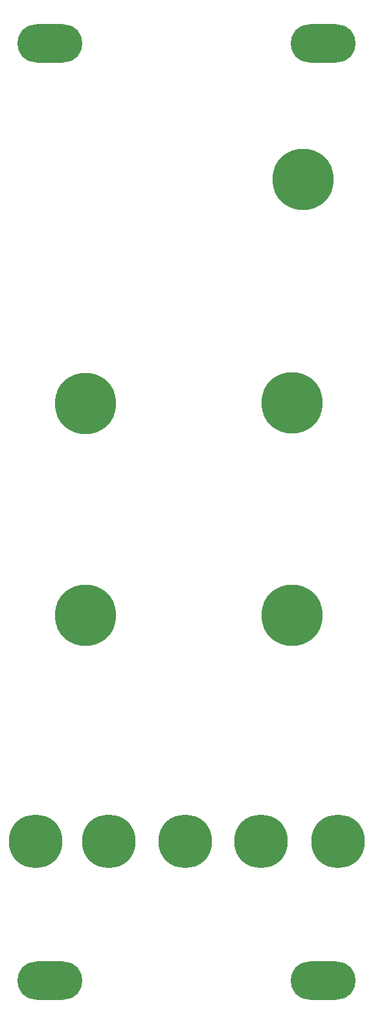
<source format=gbr>
%TF.GenerationSoftware,KiCad,Pcbnew,7.0.6*%
%TF.CreationDate,2023-10-15T17:55:56+01:00*%
%TF.ProjectId,DSP 1.1,44535020-312e-4312-9e6b-696361645f70,rev?*%
%TF.SameCoordinates,Original*%
%TF.FileFunction,Copper,L1,Top*%
%TF.FilePolarity,Positive*%
%FSLAX46Y46*%
G04 Gerber Fmt 4.6, Leading zero omitted, Abs format (unit mm)*
G04 Created by KiCad (PCBNEW 7.0.6) date 2023-10-15 17:55:56*
%MOMM*%
%LPD*%
G01*
G04 APERTURE LIST*
%TA.AperFunction,NonConductor*%
%ADD10C,3.506351*%
%TD*%
%TA.AperFunction,ComponentPad*%
%ADD11C,7.000000*%
%TD*%
%TA.AperFunction,ComponentPad*%
%ADD12C,8.000000*%
%TD*%
%TA.AperFunction,ComponentPad*%
%ADD13O,8.500000X5.000000*%
%TD*%
G04 APERTURE END LIST*
D10*
X10493424Y-243744400D02*
G75*
G03*
X10493424Y-243744400I-1753175J0D01*
G01*
D11*
%TO.P,REF\u002A\u002A,1*%
%TO.N,N/C*%
X28630800Y-243769800D03*
%TD*%
D12*
%TO.P,REF\u002A\u002A,1*%
%TO.N,N/C*%
X34091600Y-157202800D03*
%TD*%
%TO.P,REF\u002A\u002A,1*%
%TO.N,N/C*%
X32694800Y-186442000D03*
%TD*%
D13*
%TO.P,REF\u002A\u002A,1*%
%TO.N,GND*%
X991800Y-139454800D03*
%TD*%
%TO.P,REF\u002A\u002A,1*%
%TO.N,N/C*%
X36711800Y-139454800D03*
%TD*%
D11*
%TO.P,REF\u002A\u002A,1*%
%TO.N,N/C*%
X18724800Y-243769800D03*
%TD*%
D12*
%TO.P,,1*%
%TO.N,N/C*%
X5720000Y-186492271D03*
%TD*%
D11*
%TO.P,REF\u002A\u002A,1*%
%TO.N,N/C*%
X38663800Y-243769800D03*
%TD*%
D12*
%TO.P,REF\u002A\u002A,1*%
%TO.N,N/C*%
X32694800Y-214178800D03*
%TD*%
D11*
%TO.P,REF\u002A\u002A,1*%
%TO.N,N/C*%
X-833200Y-243769800D03*
%TD*%
D12*
%TO.P,,1*%
%TO.N,N/C*%
X5643800Y-214178800D03*
%TD*%
D13*
%TO.P,REF\u002A\u002A,1*%
%TO.N,N/C*%
X36711800Y-261954800D03*
%TD*%
D11*
%TO.P,,1*%
%TO.N,N/C*%
X8691800Y-243769800D03*
%TD*%
D13*
%TO.P,REF\u002A\u002A,1*%
%TO.N,N/C*%
X991800Y-261954800D03*
%TD*%
M02*

</source>
